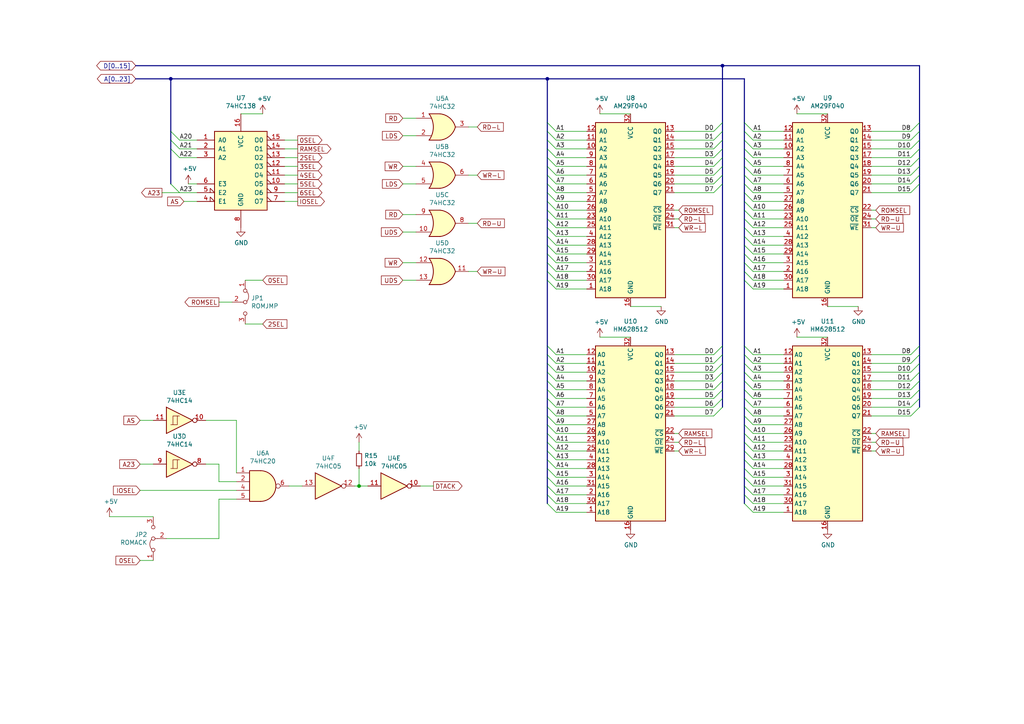
<source format=kicad_sch>
(kicad_sch (version 20211123) (generator eeschema)
  (paper "A4")
  (title_block (title "68k-SMT") (rev "1"))
  (lib_symbols
    (symbol "74xx:74HC14" (pin_names (offset 1.016))
      (property "Reference" "U" (at 0 1.27 0))
      (property "Value" "74HC14" (at 0 -1.27 0))
      (symbol "74HC14_1_0"
        (pin input line (at -7.62 0 0) (length 3.81) (name "~") (number "1"))
        (pin output inverted (at 7.62 0 180) (length 3.81) (name "~") (number "2"))
      )
      (symbol "74HC14_2_0"
        (pin input line (at -7.62 0 0) (length 3.81) (name "~") (number "3"))
        (pin output inverted (at 7.62 0 180) (length 3.81) (name "~") (number "4"))
      )
      (symbol "74HC14_3_0"
        (pin input line (at -7.62 0 0) (length 3.81) (name "~") (number "5"))
        (pin output inverted (at 7.62 0 180) (length 3.81) (name "~") (number "6"))
      )
      (symbol "74HC14_4_0"
        (pin output inverted (at 7.62 0 180) (length 3.81) (name "~") (number "8"))
        (pin input line (at -7.62 0 0) (length 3.81) (name "~") (number "9"))
      )
      (symbol "74HC14_5_0"
        (pin output inverted (at 7.62 0 180) (length 3.81) (name "~") (number "10"))
        (pin input line (at -7.62 0 0) (length 3.81) (name "~") (number "11"))
      )
      (symbol "74HC14_6_0"
        (pin output inverted (at 7.62 0 180) (length 3.81) (name "~") (number "12"))
        (pin input line (at -7.62 0 0) (length 3.81) (name "~") (number "13"))
      )
      (symbol "74HC14_7_0"
        (pin power_in line (at 0 12.7 270) (length 5.08) (name "VCC") (number "14"))
        (pin power_in line (at 0 -12.7 90) (length 5.08) (name "GND") (number "7"))
      )
    )
    (symbol "74xx:74LS05" (pin_names (offset 1.016))
      (property "Reference" "U" (at 0 1.27 0))
      (property "Value" "74LS05" (at 0 -1.27 0))
      (symbol "74LS05_1_0"
        (pin input line (at -7.62 0 0) (length 3.81) (name "~") (number "1"))
        (pin open_collector inverted (at 7.62 0 180) (length 3.81) (name "~") (number "2"))
      )
      (symbol "74LS05_2_0"
        (pin input line (at -7.62 0 0) (length 3.81) (name "~") (number "3"))
        (pin open_collector inverted (at 7.62 0 180) (length 3.81) (name "~") (number "4"))
      )
      (symbol "74LS05_3_0"
        (pin input line (at -7.62 0 0) (length 3.81) (name "~") (number "5"))
        (pin open_collector inverted (at 7.62 0 180) (length 3.81) (name "~") (number "6"))
      )
      (symbol "74LS05_4_0"
        (pin open_collector inverted (at 7.62 0 180) (length 3.81) (name "~") (number "8"))
        (pin input line (at -7.62 0 0) (length 3.81) (name "~") (number "9"))
      )
      (symbol "74LS05_5_0"
        (pin open_collector inverted (at 7.62 0 180) (length 3.81) (name "~") (number "10"))
        (pin input line (at -7.62 0 0) (length 3.81) (name "~") (number "11"))
      )
      (symbol "74LS05_6_0"
        (pin open_collector inverted (at 7.62 0 180) (length 3.81) (name "~") (number "12"))
        (pin input line (at -7.62 0 0) (length 3.81) (name "~") (number "13"))
      )
      (symbol "74LS05_7_0"
        (pin power_in line (at 0 12.7 270) (length 5.08) (name "VCC") (number "14"))
        (pin power_in line (at 0 -12.7 90) (length 5.08) (name "GND") (number "7"))
      )
    )
    (symbol "74xx:74LS138" (pin_names (offset 1.016))
      (property "Reference" "U" (at -7.62 11.43 0))
      (property "Value" "74LS138" (at -7.62 -13.97 0))
      (symbol "74LS138_1_0"
        (pin input line (at -12.7 7.62 0) (length 5.08) (name "A0") (number "1"))
        (pin output output_low (at 12.7 -5.08 180) (length 5.08) (name "O5") (number "10"))
        (pin output output_low (at 12.7 -2.54 180) (length 5.08) (name "O4") (number "11"))
        (pin output output_low (at 12.7 0 180) (length 5.08) (name "O3") (number "12"))
        (pin output output_low (at 12.7 2.54 180) (length 5.08) (name "O2") (number "13"))
        (pin output output_low (at 12.7 5.08 180) (length 5.08) (name "O1") (number "14"))
        (pin output output_low (at 12.7 7.62 180) (length 5.08) (name "O0") (number "15"))
        (pin power_in line (at 0 15.24 270) (length 5.08) (name "VCC") (number "16"))
        (pin input line (at -12.7 5.08 0) (length 5.08) (name "A1") (number "2"))
        (pin input line (at -12.7 2.54 0) (length 5.08) (name "A2") (number "3"))
        (pin input input_low (at -12.7 -10.16 0) (length 5.08) (name "E1") (number "4"))
        (pin input input_low (at -12.7 -7.62 0) (length 5.08) (name "E2") (number "5"))
        (pin input line (at -12.7 -5.08 0) (length 5.08) (name "E3") (number "6"))
        (pin output output_low (at 12.7 -10.16 180) (length 5.08) (name "O7") (number "7"))
        (pin power_in line (at 0 -17.78 90) (length 5.08) (name "GND") (number "8"))
        (pin output output_low (at 12.7 -7.62 180) (length 5.08) (name "O6") (number "9"))
      )
    )
    (symbol "74xx:74LS20" (pin_names (offset 1.016))
      (property "Reference" "U" (at 0 1.27 0))
      (property "Value" "74LS20" (at 0 -1.27 0))
      (symbol "74LS20_1_1"
        (pin input line (at -7.62 3.81 0) (length 3.81) (name "~") (number "1"))
        (pin input line (at -7.62 1.27 0) (length 3.81) (name "~") (number "2"))
        (pin input line (at -7.62 -1.27 0) (length 3.81) (name "~") (number "4"))
        (pin input line (at -7.62 -3.81 0) (length 3.81) (name "~") (number "5"))
        (pin output inverted (at 7.62 0 180) (length 3.81) (name "~") (number "6"))
      )
      (symbol "74LS20_1_2"
        (pin input inverted (at -7.62 3.81 0) (length 3.81) (name "~") (number "1"))
        (pin input inverted (at -7.62 1.27 0) (length 4.826) (name "~") (number "2"))
        (pin input inverted (at -7.62 -1.27 0) (length 4.826) (name "~") (number "4"))
        (pin input inverted (at -7.62 -3.81 0) (length 3.81) (name "~") (number "5"))
        (pin output line (at 7.62 0 180) (length 3.81) (name "~") (number "6"))
      )
      (symbol "74LS20_2_1"
        (pin input line (at -7.62 1.27 0) (length 3.81) (name "~") (number "10"))
        (pin input line (at -7.62 -1.27 0) (length 3.81) (name "~") (number "12"))
        (pin input line (at -7.62 -3.81 0) (length 3.81) (name "~") (number "13"))
        (pin output inverted (at 7.62 0 180) (length 3.81) (name "~") (number "8"))
        (pin input line (at -7.62 3.81 0) (length 3.81) (name "~") (number "9"))
      )
      (symbol "74LS20_2_2"
        (pin input inverted (at -7.62 1.27 0) (length 4.826) (name "~") (number "10"))
        (pin input inverted (at -7.62 -1.27 0) (length 4.826) (name "~") (number "12"))
        (pin input inverted (at -7.62 -3.81 0) (length 3.81) (name "~") (number "13"))
        (pin output line (at 7.62 0 180) (length 3.81) (name "~") (number "8"))
        (pin input inverted (at -7.62 3.81 0) (length 3.81) (name "~") (number "9"))
      )
      (symbol "74LS20_3_0"
        (pin power_in line (at 0 12.7 270) (length 5.08) (name "VCC") (number "14"))
        (pin power_in line (at 0 -12.7 90) (length 5.08) (name "GND") (number "7"))
      )
    )
    (symbol "74xx:74LS32" (pin_names (offset 1.016))
      (property "Reference" "U" (at 0 1.27 0))
      (property "Value" "74LS32" (at 0 -1.27 0))
      (symbol "74LS32_1_1"
        (pin input line (at -7.62 2.54 0) (length 4.318) (name "~") (number "1"))
        (pin input line (at -7.62 -2.54 0) (length 4.318) (name "~") (number "2"))
        (pin output line (at 7.62 0 180) (length 3.81) (name "~") (number "3"))
      )
      (symbol "74LS32_1_2"
        (pin input inverted (at -7.62 2.54 0) (length 3.81) (name "~") (number "1"))
        (pin input inverted (at -7.62 -2.54 0) (length 3.81) (name "~") (number "2"))
        (pin output inverted (at 7.62 0 180) (length 3.81) (name "~") (number "3"))
      )
      (symbol "74LS32_2_1"
        (pin input line (at -7.62 2.54 0) (length 4.318) (name "~") (number "4"))
        (pin input line (at -7.62 -2.54 0) (length 4.318) (name "~") (number "5"))
        (pin output line (at 7.62 0 180) (length 3.81) (name "~") (number "6"))
      )
      (symbol "74LS32_2_2"
        (pin input inverted (at -7.62 2.54 0) (length 3.81) (name "~") (number "4"))
        (pin input inverted (at -7.62 -2.54 0) (length 3.81) (name "~") (number "5"))
        (pin output inverted (at 7.62 0 180) (length 3.81) (name "~") (number "6"))
      )
      (symbol "74LS32_3_1"
        (pin input line (at -7.62 -2.54 0) (length 4.318) (name "~") (number "10"))
        (pin output line (at 7.62 0 180) (length 3.81) (name "~") (number "8"))
        (pin input line (at -7.62 2.54 0) (length 4.318) (name "~") (number "9"))
      )
      (symbol "74LS32_3_2"
        (pin input inverted (at -7.62 -2.54 0) (length 3.81) (name "~") (number "10"))
        (pin output inverted (at 7.62 0 180) (length 3.81) (name "~") (number "8"))
        (pin input inverted (at -7.62 2.54 0) (length 3.81) (name "~") (number "9"))
      )
      (symbol "74LS32_4_1"
        (pin output line (at 7.62 0 180) (length 3.81) (name "~") (number "11"))
        (pin input line (at -7.62 2.54 0) (length 4.318) (name "~") (number "12"))
        (pin input line (at -7.62 -2.54 0) (length 4.318) (name "~") (number "13"))
      )
      (symbol "74LS32_4_2"
        (pin output inverted (at 7.62 0 180) (length 3.81) (name "~") (number "11"))
        (pin input inverted (at -7.62 2.54 0) (length 3.81) (name "~") (number "12"))
        (pin input inverted (at -7.62 -2.54 0) (length 3.81) (name "~") (number "13"))
      )
      (symbol "74LS32_5_0"
        (pin power_in line (at 0 12.7 270) (length 5.08) (name "VCC") (number "14"))
        (pin power_in line (at 0 -12.7 90) (length 5.08) (name "GND") (number "7"))
      )
    )
    (symbol "Computie_Memory:AM29F040" (pin_names (offset 1.016))
      (property "Reference" "U" (at 0 0 0))
      (property "Value" "AM29F040" (at 0 2.54 0))
      (symbol "AM29F040_1_1"
        (pin input line (at -12.7 -25.4 0) (length 2.54) (name "A18") (number "1"))
        (pin input line (at -12.7 15.24 0) (length 2.54) (name "A2") (number "10"))
        (pin input line (at -12.7 17.78 0) (length 2.54) (name "A1") (number "11"))
        (pin input line (at -12.7 20.32 0) (length 2.54) (name "A0") (number "12"))
        (pin tri_state line (at 12.7 20.32 180) (length 2.54) (name "Q0") (number "13"))
        (pin tri_state line (at 12.7 17.78 180) (length 2.54) (name "Q1") (number "14"))
        (pin tri_state line (at 12.7 15.24 180) (length 2.54) (name "Q2") (number "15"))
        (pin power_in line (at 0 -30.48 90) (length 2.54) (name "GND") (number "16"))
        (pin tri_state line (at 12.7 12.7 180) (length 2.54) (name "Q3") (number "17"))
        (pin tri_state line (at 12.7 10.16 180) (length 2.54) (name "Q4") (number "18"))
        (pin tri_state line (at 12.7 7.62 180) (length 2.54) (name "Q5") (number "19"))
        (pin input line (at -12.7 -20.32 0) (length 2.54) (name "A16") (number "2"))
        (pin tri_state line (at 12.7 5.08 180) (length 2.54) (name "Q6") (number "20"))
        (pin tri_state line (at 12.7 2.54 180) (length 2.54) (name "Q7") (number "21"))
        (pin input line (at 12.7 -2.54 180) (length 2.54) (name "~{CS}") (number "22"))
        (pin input line (at -12.7 -5.08 0) (length 2.54) (name "A10") (number "23"))
        (pin input line (at 12.7 -5.08 180) (length 2.54) (name "~{OE}") (number "24"))
        (pin input line (at -12.7 -7.62 0) (length 2.54) (name "A11") (number "25"))
        (pin input line (at -12.7 -2.54 0) (length 2.54) (name "A9") (number "26"))
        (pin input line (at -12.7 0 0) (length 2.54) (name "A8") (number "27"))
        (pin input line (at -12.7 -12.7 0) (length 2.54) (name "A13") (number "28"))
        (pin input line (at -12.7 -15.24 0) (length 2.54) (name "A14") (number "29"))
        (pin input line (at -12.7 -17.78 0) (length 2.54) (name "A15") (number "3"))
        (pin input line (at -12.7 -22.86 0) (length 2.54) (name "A17") (number "30"))
        (pin input line (at 12.7 -7.62 180) (length 2.54) (name "~{WE}") (number "31"))
        (pin power_in line (at 0 25.4 270) (length 2.54) (name "VCC") (number "32"))
        (pin input line (at -12.7 -10.16 0) (length 2.54) (name "A12") (number "4"))
        (pin input line (at -12.7 2.54 0) (length 2.54) (name "A7") (number "5"))
        (pin input line (at -12.7 5.08 0) (length 2.54) (name "A6") (number "6"))
        (pin input line (at -12.7 7.62 0) (length 2.54) (name "A5") (number "7"))
        (pin input line (at -12.7 10.16 0) (length 2.54) (name "A4") (number "8"))
        (pin input line (at -12.7 12.7 0) (length 2.54) (name "A3") (number "9"))
      )
    )
    (symbol "Computie_Memory:HM628512"
      (property "Reference" "U" (at 0 -1.27 0))
      (property "Value" "HM628512" (at 0 1.27 0))
      (symbol "HM628512_0_0"
        (pin power_in line (at 0 -30.48 90) (length 2.54) (name "GND") (number "16"))
        (pin power_in line (at 0 25.4 270) (length 2.54) (name "VCC") (number "32"))
      )
      (symbol "HM628512_1_1"
        (pin input line (at -12.7 -25.4 0) (length 2.54) (name "A18") (number "1"))
        (pin input line (at -12.7 15.24 0) (length 2.54) (name "A2") (number "10"))
        (pin input line (at -12.7 17.78 0) (length 2.54) (name "A1") (number "11"))
        (pin input line (at -12.7 20.32 0) (length 2.54) (name "A0") (number "12"))
        (pin tri_state line (at 12.7 20.32 180) (length 2.54) (name "Q0") (number "13"))
        (pin tri_state line (at 12.7 17.78 180) (length 2.54) (name "Q1") (number "14"))
        (pin tri_state line (at 12.7 15.24 180) (length 2.54) (name "Q2") (number "15"))
        (pin tri_state line (at 12.7 12.7 180) (length 2.54) (name "Q3") (number "17"))
        (pin tri_state line (at 12.7 10.16 180) (length 2.54) (name "Q4") (number "18"))
        (pin tri_state line (at 12.7 7.62 180) (length 2.54) (name "Q5") (number "19"))
        (pin input line (at -12.7 -20.32 0) (length 2.54) (name "A16") (number "2"))
        (pin tri_state line (at 12.7 5.08 180) (length 2.54) (name "Q6") (number "20"))
        (pin tri_state line (at 12.7 2.54 180) (length 2.54) (name "Q7") (number "21"))
        (pin input line (at 12.7 -2.54 180) (length 2.54) (name "~{CS}") (number "22"))
        (pin input line (at -12.7 -5.08 0) (length 2.54) (name "A10") (number "23"))
        (pin input line (at 12.7 -5.08 180) (length 2.54) (name "~{OE}") (number "24"))
        (pin input line (at -12.7 -7.62 0) (length 2.54) (name "A11") (number "25"))
        (pin input line (at -12.7 -2.54 0) (length 2.54) (name "A9") (number "26"))
        (pin input line (at -12.7 0 0) (length 2.54) (name "A8") (number "27"))
        (pin input line (at -12.7 -12.7 0) (length 2.54) (name "A13") (number "28"))
        (pin input line (at 12.7 -7.62 180) (length 2.54) (name "~{WE}") (number "29"))
        (pin input line (at -12.7 -15.24 0) (length 2.54) (name "A14") (number "3"))
        (pin input line (at -12.7 -22.86 0) (length 2.54) (name "A17") (number "30"))
        (pin input line (at -12.7 -17.78 0) (length 2.54) (name "A15") (number "31"))
        (pin input line (at -12.7 -10.16 0) (length 2.54) (name "A12") (number "4"))
        (pin input line (at -12.7 2.54 0) (length 2.54) (name "A7") (number "5"))
        (pin input line (at -12.7 5.08 0) (length 2.54) (name "A6") (number "6"))
        (pin input line (at -12.7 7.62 0) (length 2.54) (name "A5") (number "7"))
        (pin input line (at -12.7 10.16 0) (length 2.54) (name "A4") (number "8"))
        (pin input line (at -12.7 12.7 0) (length 2.54) (name "A3") (number "9"))
      )
    )
    (symbol "Device:R_Small" (pin_numbers hide) (pin_names (offset 0.254) hide)
      (property "Reference" "R" (at 0.762 0.508 0))
      (property "Value" "R_Small" (at 0.762 -1.016 0))
      (symbol "R_Small_1_1"
        (pin passive line (at 0 2.54 270) (length 0.762) (name "~") (number "1"))
        (pin passive line (at 0 -2.54 90) (length 0.762) (name "~") (number "2"))
      )
    )
    (symbol "Jumper:Jumper_3_Bridged12" (pin_names (offset 0) hide)
      (property "Reference" "JP" (at -2.54 -2.54 0))
      (property "Value" "Jumper_3_Bridged12" (at 0 2.794 0))
      (symbol "Jumper_3_Bridged12_1_1"
        (pin passive line (at -6.35 0 0) (length 2.54) (name "A") (number "1"))
        (pin passive line (at 0 -3.81 90) (length 2.54) (name "C") (number "2"))
        (pin passive line (at 6.35 0 180) (length 2.54) (name "B") (number "3"))
      )
    )
    (symbol "power:+5V" (power) (pin_names (offset 0))
      (property "Value" "+5V" (at 0 3.556 0))
      (symbol "+5V_1_1"
        (pin power_in line (at 0 0 90) (length 0) hide (name "+5V") (number "1"))
      )
    )
    (symbol "power:GND" (power) (pin_names (offset 0))
      (property "Value" "GND" (at 0 -3.81 0))
      (symbol "GND_1_1"
        (pin power_in line (at 0 0 270) (length 0) hide (name "GND") (number "1"))
      )
    )
  )
  (junction (at 158.75 22.86))
  (junction (at 104.14 140.97))
  (junction (at 49.53 22.86))
  (junction (at 209.55 19.05))
  (bus_entry (at 158.75 133.35) (size 2.54 2.54))
  (bus_entry (at 215.9 43.18) (size 2.54 2.54))
  (bus_entry (at 215.9 45.72) (size 2.54 2.54))
  (bus_entry (at 264.16 120.65) (size 2.54 -2.54))
  (bus_entry (at 264.16 43.18) (size 2.54 -2.54))
  (bus_entry (at 264.16 115.57) (size 2.54 -2.54))
  (bus_entry (at 264.16 102.87) (size 2.54 -2.54))
  (bus_entry (at 158.75 63.5) (size 2.54 2.54))
  (bus_entry (at 215.9 60.96) (size 2.54 2.54))
  (bus_entry (at 49.53 40.64) (size 2.54 2.54))
  (bus_entry (at 158.75 45.72) (size 2.54 2.54))
  (bus_entry (at 49.53 53.34) (size 2.54 2.54))
  (bus_entry (at 215.9 50.8) (size 2.54 2.54))
  (bus_entry (at 207.01 107.95) (size 2.54 -2.54))
  (bus_entry (at 264.16 50.8) (size 2.54 -2.54))
  (bus_entry (at 207.01 43.18) (size 2.54 -2.54))
  (bus_entry (at 207.01 120.65) (size 2.54 -2.54))
  (bus_entry (at 215.9 68.58) (size 2.54 2.54))
  (bus_entry (at 215.9 48.26) (size 2.54 2.54))
  (bus_entry (at 215.9 146.05) (size 2.54 2.54))
  (bus_entry (at 158.75 38.1) (size 2.54 2.54))
  (bus_entry (at 215.9 66.04) (size 2.54 2.54))
  (bus_entry (at 215.9 138.43) (size 2.54 2.54))
  (bus_entry (at 158.75 115.57) (size 2.54 2.54))
  (bus_entry (at 158.75 143.51) (size 2.54 2.54))
  (bus_entry (at 215.9 113.03) (size 2.54 2.54))
  (bus_entry (at 215.9 53.34) (size 2.54 2.54))
  (bus_entry (at 264.16 45.72) (size 2.54 -2.54))
  (bus_entry (at 215.9 73.66) (size 2.54 2.54))
  (bus_entry (at 264.16 48.26) (size 2.54 -2.54))
  (bus_entry (at 207.01 110.49) (size 2.54 -2.54))
  (bus_entry (at 215.9 107.95) (size 2.54 2.54))
  (bus_entry (at 264.16 53.34) (size 2.54 -2.54))
  (bus_entry (at 158.75 118.11) (size 2.54 2.54))
  (bus_entry (at 215.9 55.88) (size 2.54 2.54))
  (bus_entry (at 158.75 58.42) (size 2.54 2.54))
  (bus_entry (at 158.75 130.81) (size 2.54 2.54))
  (bus_entry (at 158.75 43.18) (size 2.54 2.54))
  (bus_entry (at 207.01 105.41) (size 2.54 -2.54))
  (bus_entry (at 215.9 100.33) (size 2.54 2.54))
  (bus_entry (at 158.75 128.27) (size 2.54 2.54))
  (bus_entry (at 215.9 110.49) (size 2.54 2.54))
  (bus_entry (at 158.75 55.88) (size 2.54 2.54))
  (bus_entry (at 158.75 113.03) (size 2.54 2.54))
  (bus_entry (at 264.16 110.49) (size 2.54 -2.54))
  (bus_entry (at 207.01 48.26) (size 2.54 -2.54))
  (bus_entry (at 158.75 40.64) (size 2.54 2.54))
  (bus_entry (at 158.75 68.58) (size 2.54 2.54))
  (bus_entry (at 215.9 143.51) (size 2.54 2.54))
  (bus_entry (at 158.75 102.87) (size 2.54 2.54))
  (bus_entry (at 207.01 45.72) (size 2.54 -2.54))
  (bus_entry (at 207.01 50.8) (size 2.54 -2.54))
  (bus_entry (at 207.01 113.03) (size 2.54 -2.54))
  (bus_entry (at 207.01 53.34) (size 2.54 -2.54))
  (bus_entry (at 49.53 38.1) (size 2.54 2.54))
  (bus_entry (at 215.9 125.73) (size 2.54 2.54))
  (bus_entry (at 264.16 118.11) (size 2.54 -2.54))
  (bus_entry (at 215.9 40.64) (size 2.54 2.54))
  (bus_entry (at 215.9 58.42) (size 2.54 2.54))
  (bus_entry (at 215.9 120.65) (size 2.54 2.54))
  (bus_entry (at 215.9 81.28) (size 2.54 2.54))
  (bus_entry (at 158.75 60.96) (size 2.54 2.54))
  (bus_entry (at 215.9 115.57) (size 2.54 2.54))
  (bus_entry (at 158.75 125.73) (size 2.54 2.54))
  (bus_entry (at 158.75 146.05) (size 2.54 2.54))
  (bus_entry (at 158.75 107.95) (size 2.54 2.54))
  (bus_entry (at 158.75 100.33) (size 2.54 2.54))
  (bus_entry (at 158.75 78.74) (size 2.54 2.54))
  (bus_entry (at 207.01 115.57) (size 2.54 -2.54))
  (bus_entry (at 215.9 105.41) (size 2.54 2.54))
  (bus_entry (at 264.16 38.1) (size 2.54 -2.54))
  (bus_entry (at 158.75 81.28) (size 2.54 2.54))
  (bus_entry (at 158.75 123.19) (size 2.54 2.54))
  (bus_entry (at 264.16 113.03) (size 2.54 -2.54))
  (bus_entry (at 158.75 35.56) (size 2.54 2.54))
  (bus_entry (at 215.9 78.74) (size 2.54 2.54))
  (bus_entry (at 264.16 107.95) (size 2.54 -2.54))
  (bus_entry (at 215.9 71.12) (size 2.54 2.54))
  (bus_entry (at 207.01 38.1) (size 2.54 -2.54))
  (bus_entry (at 215.9 123.19) (size 2.54 2.54))
  (bus_entry (at 207.01 102.87) (size 2.54 -2.54))
  (bus_entry (at 215.9 130.81) (size 2.54 2.54))
  (bus_entry (at 49.53 43.18) (size 2.54 2.54))
  (bus_entry (at 215.9 140.97) (size 2.54 2.54))
  (bus_entry (at 158.75 71.12) (size 2.54 2.54))
  (bus_entry (at 215.9 76.2) (size 2.54 2.54))
  (bus_entry (at 215.9 118.11) (size 2.54 2.54))
  (bus_entry (at 215.9 35.56) (size 2.54 2.54))
  (bus_entry (at 158.75 105.41) (size 2.54 2.54))
  (bus_entry (at 158.75 138.43) (size 2.54 2.54))
  (bus_entry (at 158.75 76.2) (size 2.54 2.54))
  (bus_entry (at 207.01 55.88) (size 2.54 -2.54))
  (bus_entry (at 158.75 73.66) (size 2.54 2.54))
  (bus_entry (at 158.75 120.65) (size 2.54 2.54))
  (bus_entry (at 158.75 140.97) (size 2.54 2.54))
  (bus_entry (at 207.01 118.11) (size 2.54 -2.54))
  (bus_entry (at 215.9 135.89) (size 2.54 2.54))
  (bus_entry (at 158.75 50.8) (size 2.54 2.54))
  (bus_entry (at 264.16 55.88) (size 2.54 -2.54))
  (bus_entry (at 215.9 102.87) (size 2.54 2.54))
  (bus_entry (at 264.16 105.41) (size 2.54 -2.54))
  (bus_entry (at 264.16 40.64) (size 2.54 -2.54))
  (bus_entry (at 207.01 40.64) (size 2.54 -2.54))
  (bus_entry (at 215.9 133.35) (size 2.54 2.54))
  (bus_entry (at 158.75 110.49) (size 2.54 2.54))
  (bus_entry (at 215.9 38.1) (size 2.54 2.54))
  (bus_entry (at 158.75 66.04) (size 2.54 2.54))
  (bus_entry (at 158.75 53.34) (size 2.54 2.54))
  (bus_entry (at 158.75 135.89) (size 2.54 2.54))
  (bus_entry (at 158.75 48.26) (size 2.54 2.54))
  (bus_entry (at 215.9 63.5) (size 2.54 2.54))
  (bus_entry (at 215.9 128.27) (size 2.54 2.54))
  (wire (pts (xy 218.44 76.2) (xy 227.33 76.2)))
  (bus (pts (xy 209.55 53.34) (xy 209.55 100.33)))
  (bus (pts (xy 215.9 81.28) (xy 215.9 100.33)))
  (wire (pts (xy 218.44 138.43) (xy 227.33 138.43)))
  (wire (pts (xy 252.73 50.8) (xy 264.16 50.8)))
  (wire (pts (xy 116.84 76.2) (xy 120.65 76.2)))
  (bus (pts (xy 215.9 123.19) (xy 215.9 125.73)))
  (wire (pts (xy 116.84 62.23) (xy 120.65 62.23)))
  (bus (pts (xy 158.75 130.81) (xy 158.75 133.35)))
  (bus (pts (xy 215.9 130.81) (xy 215.9 133.35)))
  (wire (pts (xy 252.73 115.57) (xy 264.16 115.57)))
  (wire (pts (xy 195.58 40.64) (xy 207.01 40.64)))
  (wire (pts (xy 195.58 125.73) (xy 196.85 125.73)))
  (wire (pts (xy 218.44 148.59) (xy 227.33 148.59)))
  (wire (pts (xy 252.73 125.73) (xy 254 125.73)))
  (wire (pts (xy 104.14 140.97) (xy 104.14 135.89)))
  (wire (pts (xy 82.55 50.8) (xy 86.36 50.8)))
  (bus (pts (xy 209.55 38.1) (xy 209.55 40.64)))
  (bus (pts (xy 215.9 35.56) (xy 215.9 38.1)))
  (wire (pts (xy 252.73 55.88) (xy 264.16 55.88)))
  (wire (pts (xy 195.58 107.95) (xy 207.01 107.95)))
  (bus (pts (xy 215.9 133.35) (xy 215.9 135.89)))
  (bus (pts (xy 215.9 66.04) (xy 215.9 68.58)))
  (wire (pts (xy 161.29 63.5) (xy 170.18 63.5)))
  (bus (pts (xy 158.75 120.65) (xy 158.75 123.19)))
  (bus (pts (xy 215.9 120.65) (xy 215.9 123.19)))
  (bus (pts (xy 215.9 105.41) (xy 215.9 107.95)))
  (wire (pts (xy 120.65 39.37) (xy 116.84 39.37)))
  (wire (pts (xy 195.58 38.1) (xy 207.01 38.1)))
  (wire (pts (xy 40.64 121.92) (xy 44.45 121.92)))
  (wire (pts (xy 218.44 83.82) (xy 227.33 83.82)))
  (bus (pts (xy 266.7 38.1) (xy 266.7 40.64)))
  (wire (pts (xy 195.58 120.65) (xy 207.01 120.65)))
  (bus (pts (xy 215.9 53.34) (xy 215.9 55.88)))
  (wire (pts (xy 170.18 60.96) (xy 161.29 60.96)))
  (wire (pts (xy 170.18 118.11) (xy 161.29 118.11)))
  (wire (pts (xy 68.58 137.16) (xy 68.58 121.92)))
  (bus (pts (xy 158.75 105.41) (xy 158.75 107.95)))
  (wire (pts (xy 69.85 33.02) (xy 76.2 33.02)))
  (wire (pts (xy 161.29 48.26) (xy 170.18 48.26)))
  (wire (pts (xy 227.33 143.51) (xy 218.44 143.51)))
  (bus (pts (xy 209.55 19.05) (xy 209.55 35.56)))
  (wire (pts (xy 76.2 81.28) (xy 71.12 81.28)))
  (wire (pts (xy 252.73 43.18) (xy 264.16 43.18)))
  (bus (pts (xy 158.75 66.04) (xy 158.75 68.58)))
  (bus (pts (xy 215.9 71.12) (xy 215.9 73.66)))
  (wire (pts (xy 86.36 53.34) (xy 82.55 53.34)))
  (wire (pts (xy 252.73 60.96) (xy 254 60.96)))
  (wire (pts (xy 218.44 63.5) (xy 227.33 63.5)))
  (bus (pts (xy 158.75 71.12) (xy 158.75 73.66)))
  (bus (pts (xy 49.53 40.64) (xy 49.53 43.18)))
  (bus (pts (xy 266.7 19.05) (xy 266.7 35.56)))
  (wire (pts (xy 116.84 34.29) (xy 120.65 34.29)))
  (wire (pts (xy 173.99 33.02) (xy 182.88 33.02)))
  (wire (pts (xy 252.73 120.65) (xy 264.16 120.65)))
  (wire (pts (xy 218.44 58.42) (xy 227.33 58.42)))
  (wire (pts (xy 161.29 43.18) (xy 170.18 43.18)))
  (bus (pts (xy 209.55 107.95) (xy 209.55 110.49)))
  (bus (pts (xy 158.75 123.19) (xy 158.75 125.73)))
  (wire (pts (xy 63.5 134.62) (xy 63.5 139.7)))
  (bus (pts (xy 266.7 102.87) (xy 266.7 105.41)))
  (wire (pts (xy 63.5 144.78) (xy 68.58 144.78)))
  (bus (pts (xy 266.7 105.41) (xy 266.7 107.95)))
  (wire (pts (xy 227.33 123.19) (xy 218.44 123.19)))
  (bus (pts (xy 266.7 50.8) (xy 266.7 53.34)))
  (wire (pts (xy 135.89 50.8) (xy 138.43 50.8)))
  (wire (pts (xy 40.64 162.56) (xy 44.45 162.56)))
  (bus (pts (xy 158.75 43.18) (xy 158.75 45.72)))
  (wire (pts (xy 161.29 115.57) (xy 170.18 115.57)))
  (bus (pts (xy 209.55 35.56) (xy 209.55 38.1)))
  (bus (pts (xy 209.55 102.87) (xy 209.55 105.41)))
  (bus (pts (xy 215.9 78.74) (xy 215.9 81.28)))
  (wire (pts (xy 252.73 105.41) (xy 264.16 105.41)))
  (wire (pts (xy 196.85 63.5) (xy 195.58 63.5)))
  (wire (pts (xy 48.26 156.21) (xy 63.5 156.21)))
  (bus (pts (xy 158.75 107.95) (xy 158.75 110.49)))
  (bus (pts (xy 158.75 100.33) (xy 158.75 102.87)))
  (bus (pts (xy 266.7 43.18) (xy 266.7 45.72)))
  (wire (pts (xy 170.18 123.19) (xy 161.29 123.19)))
  (wire (pts (xy 59.69 121.92) (xy 68.58 121.92)))
  (bus (pts (xy 49.53 43.18) (xy 49.53 53.34)))
  (wire (pts (xy 161.29 38.1) (xy 170.18 38.1)))
  (wire (pts (xy 161.29 138.43) (xy 170.18 138.43)))
  (wire (pts (xy 218.44 43.18) (xy 227.33 43.18)))
  (wire (pts (xy 195.58 50.8) (xy 207.01 50.8)))
  (bus (pts (xy 158.75 138.43) (xy 158.75 140.97)))
  (bus (pts (xy 215.9 110.49) (xy 215.9 113.03)))
  (wire (pts (xy 59.69 134.62) (xy 63.5 134.62)))
  (wire (pts (xy 218.44 120.65) (xy 227.33 120.65)))
  (wire (pts (xy 170.18 45.72) (xy 161.29 45.72)))
  (wire (pts (xy 86.36 48.26) (xy 82.55 48.26)))
  (wire (pts (xy 120.65 53.34) (xy 116.84 53.34)))
  (bus (pts (xy 215.9 60.96) (xy 215.9 63.5)))
  (bus (pts (xy 49.53 22.86) (xy 39.37 22.86)))
  (bus (pts (xy 158.75 81.28) (xy 158.75 100.33)))
  (wire (pts (xy 227.33 60.96) (xy 218.44 60.96)))
  (bus (pts (xy 215.9 135.89) (xy 215.9 138.43)))
  (wire (pts (xy 161.29 58.42) (xy 170.18 58.42)))
  (wire (pts (xy 218.44 81.28) (xy 227.33 81.28)))
  (bus (pts (xy 158.75 113.03) (xy 158.75 115.57)))
  (wire (pts (xy 116.84 48.26) (xy 120.65 48.26)))
  (wire (pts (xy 161.29 53.34) (xy 170.18 53.34)))
  (wire (pts (xy 135.89 78.74) (xy 138.43 78.74)))
  (wire (pts (xy 63.5 87.63) (xy 67.31 87.63)))
  (bus (pts (xy 215.9 115.57) (xy 215.9 118.11)))
  (bus (pts (xy 209.55 40.64) (xy 209.55 43.18)))
  (bus (pts (xy 215.9 113.03) (xy 215.9 115.57)))
  (wire (pts (xy 195.58 60.96) (xy 196.85 60.96)))
  (wire (pts (xy 135.89 64.77) (xy 138.43 64.77)))
  (wire (pts (xy 227.33 73.66) (xy 218.44 73.66)))
  (wire (pts (xy 195.58 113.03) (xy 207.01 113.03)))
  (bus (pts (xy 209.55 113.03) (xy 209.55 115.57)))
  (bus (pts (xy 49.53 22.86) (xy 158.75 22.86)))
  (wire (pts (xy 218.44 38.1) (xy 227.33 38.1)))
  (bus (pts (xy 215.9 73.66) (xy 215.9 76.2)))
  (bus (pts (xy 215.9 125.73) (xy 215.9 128.27)))
  (wire (pts (xy 195.58 45.72) (xy 207.01 45.72)))
  (bus (pts (xy 215.9 58.42) (xy 215.9 60.96)))
  (wire (pts (xy 161.29 125.73) (xy 170.18 125.73)))
  (wire (pts (xy 161.29 76.2) (xy 170.18 76.2)))
  (bus (pts (xy 209.55 48.26) (xy 209.55 50.8)))
  (bus (pts (xy 215.9 48.26) (xy 215.9 50.8)))
  (wire (pts (xy 227.33 40.64) (xy 218.44 40.64)))
  (bus (pts (xy 215.9 63.5) (xy 215.9 66.04)))
  (bus (pts (xy 209.55 100.33) (xy 209.55 102.87)))
  (wire (pts (xy 195.58 115.57) (xy 207.01 115.57)))
  (wire (pts (xy 170.18 71.12) (xy 161.29 71.12)))
  (bus (pts (xy 266.7 19.05) (xy 209.55 19.05)))
  (wire (pts (xy 102.87 140.97) (xy 104.14 140.97)))
  (bus (pts (xy 49.53 22.86) (xy 49.53 38.1)))
  (wire (pts (xy 227.33 71.12) (xy 218.44 71.12)))
  (wire (pts (xy 82.55 45.72) (xy 86.36 45.72)))
  (wire (pts (xy 54.61 53.34) (xy 57.15 53.34)))
  (wire (pts (xy 63.5 156.21) (xy 63.5 144.78)))
  (bus (pts (xy 39.37 19.05) (xy 209.55 19.05)))
  (wire (pts (xy 195.58 118.11) (xy 207.01 118.11)))
  (bus (pts (xy 209.55 45.72) (xy 209.55 48.26)))
  (wire (pts (xy 104.14 140.97) (xy 106.68 140.97)))
  (wire (pts (xy 252.73 113.03) (xy 264.16 113.03)))
  (wire (pts (xy 104.14 130.81) (xy 104.14 128.27)))
  (wire (pts (xy 218.44 68.58) (xy 227.33 68.58)))
  (wire (pts (xy 227.33 118.11) (xy 218.44 118.11)))
  (wire (pts (xy 254 128.27) (xy 252.73 128.27)))
  (wire (pts (xy 227.33 50.8) (xy 218.44 50.8)))
  (wire (pts (xy 231.14 33.02) (xy 240.03 33.02)))
  (wire (pts (xy 182.88 97.79) (xy 173.99 97.79)))
  (bus (pts (xy 215.9 102.87) (xy 215.9 105.41)))
  (wire (pts (xy 52.07 40.64) (xy 57.15 40.64)))
  (wire (pts (xy 254 66.04) (xy 252.73 66.04)))
  (wire (pts (xy 218.44 53.34) (xy 227.33 53.34)))
  (bus (pts (xy 215.9 38.1) (xy 215.9 40.64)))
  (bus (pts (xy 266.7 48.26) (xy 266.7 50.8)))
  (wire (pts (xy 40.64 134.62) (xy 44.45 134.62)))
  (bus (pts (xy 266.7 45.72) (xy 266.7 48.26)))
  (wire (pts (xy 170.18 113.03) (xy 161.29 113.03)))
  (wire (pts (xy 135.89 36.83) (xy 138.43 36.83)))
  (bus (pts (xy 266.7 100.33) (xy 266.7 102.87)))
  (wire (pts (xy 196.85 66.04) (xy 195.58 66.04)))
  (wire (pts (xy 252.73 107.95) (xy 264.16 107.95)))
  (bus (pts (xy 209.55 105.41) (xy 209.55 107.95)))
  (wire (pts (xy 40.64 142.24) (xy 68.58 142.24)))
  (wire (pts (xy 227.33 78.74) (xy 218.44 78.74)))
  (bus (pts (xy 209.55 115.57) (xy 209.55 118.11)))
  (wire (pts (xy 252.73 110.49) (xy 264.16 110.49)))
  (bus (pts (xy 158.75 58.42) (xy 158.75 60.96)))
  (wire (pts (xy 227.33 66.04) (xy 218.44 66.04)))
  (bus (pts (xy 266.7 107.95) (xy 266.7 110.49)))
  (bus (pts (xy 158.75 140.97) (xy 158.75 143.51)))
  (wire (pts (xy 170.18 40.64) (xy 161.29 40.64)))
  (wire (pts (xy 161.29 110.49) (xy 170.18 110.49)))
  (wire (pts (xy 252.73 40.64) (xy 264.16 40.64)))
  (wire (pts (xy 227.33 55.88) (xy 218.44 55.88)))
  (bus (pts (xy 158.75 35.56) (xy 158.75 38.1)))
  (wire (pts (xy 120.65 81.28) (xy 116.84 81.28)))
  (wire (pts (xy 161.29 105.41) (xy 170.18 105.41)))
  (bus (pts (xy 215.9 128.27) (xy 215.9 130.81)))
  (bus (pts (xy 215.9 22.86) (xy 158.75 22.86)))
  (wire (pts (xy 83.82 140.97) (xy 87.63 140.97)))
  (wire (pts (xy 120.65 67.31) (xy 116.84 67.31)))
  (wire (pts (xy 227.33 45.72) (xy 218.44 45.72)))
  (wire (pts (xy 252.73 38.1) (xy 264.16 38.1)))
  (wire (pts (xy 52.07 55.88) (xy 57.15 55.88)))
  (bus (pts (xy 266.7 40.64) (xy 266.7 43.18)))
  (wire (pts (xy 218.44 135.89) (xy 227.33 135.89)))
  (wire (pts (xy 170.18 55.88) (xy 161.29 55.88)))
  (wire (pts (xy 227.33 102.87) (xy 218.44 102.87)))
  (wire (pts (xy 218.44 146.05) (xy 227.33 146.05)))
  (bus (pts (xy 158.75 60.96) (xy 158.75 63.5)))
  (wire (pts (xy 195.58 43.18) (xy 207.01 43.18)))
  (wire (pts (xy 170.18 73.66) (xy 161.29 73.66)))
  (wire (pts (xy 82.55 55.88) (xy 86.36 55.88)))
  (bus (pts (xy 266.7 113.03) (xy 266.7 115.57)))
  (bus (pts (xy 158.75 135.89) (xy 158.75 138.43)))
  (wire (pts (xy 252.73 53.34) (xy 264.16 53.34)))
  (bus (pts (xy 266.7 35.56) (xy 266.7 38.1)))
  (bus (pts (xy 158.75 143.51) (xy 158.75 146.05)))
  (bus (pts (xy 215.9 100.33) (xy 215.9 102.87)))
  (bus (pts (xy 158.75 48.26) (xy 158.75 50.8)))
  (bus (pts (xy 215.9 45.72) (xy 215.9 48.26)))
  (bus (pts (xy 158.75 118.11) (xy 158.75 120.65)))
  (bus (pts (xy 266.7 110.49) (xy 266.7 113.03)))
  (wire (pts (xy 195.58 110.49) (xy 207.01 110.49)))
  (wire (pts (xy 218.44 115.57) (xy 227.33 115.57)))
  (bus (pts (xy 209.55 43.18) (xy 209.55 45.72)))
  (bus (pts (xy 209.55 110.49) (xy 209.55 113.03)))
  (bus (pts (xy 158.75 76.2) (xy 158.75 78.74)))
  (wire (pts (xy 63.5 139.7) (xy 68.58 139.7)))
  (wire (pts (xy 86.36 43.18) (xy 82.55 43.18)))
  (bus (pts (xy 158.75 50.8) (xy 158.75 53.34)))
  (wire (pts (xy 46.99 55.88) (xy 52.07 55.88)))
  (wire (pts (xy 252.73 102.87) (xy 264.16 102.87)))
  (wire (pts (xy 31.75 149.86) (xy 44.45 149.86)))
  (wire (pts (xy 161.29 135.89) (xy 170.18 135.89)))
  (wire (pts (xy 170.18 66.04) (xy 161.29 66.04)))
  (wire (pts (xy 231.14 97.79) (xy 240.03 97.79)))
  (bus (pts (xy 215.9 68.58) (xy 215.9 71.12)))
  (bus (pts (xy 215.9 107.95) (xy 215.9 110.49)))
  (wire (pts (xy 254 63.5) (xy 252.73 63.5)))
  (bus (pts (xy 158.75 38.1) (xy 158.75 40.64)))
  (wire (pts (xy 218.44 110.49) (xy 227.33 110.49)))
  (wire (pts (xy 195.58 55.88) (xy 207.01 55.88)))
  (bus (pts (xy 158.75 73.66) (xy 158.75 76.2)))
  (bus (pts (xy 158.75 68.58) (xy 158.75 71.12)))
  (wire (pts (xy 195.58 48.26) (xy 207.01 48.26)))
  (bus (pts (xy 158.75 63.5) (xy 158.75 66.04)))
  (wire (pts (xy 76.2 93.98) (xy 71.12 93.98)))
  (bus (pts (xy 158.75 128.27) (xy 158.75 130.81)))
  (bus (pts (xy 215.9 143.51) (xy 215.9 146.05)))
  (wire (pts (xy 195.58 102.87) (xy 207.01 102.87)))
  (wire (pts (xy 252.73 48.26) (xy 264.16 48.26)))
  (wire (pts (xy 227.33 107.95) (xy 218.44 107.95)))
  (bus (pts (xy 215.9 140.97) (xy 215.9 143.51)))
  (wire (pts (xy 218.44 125.73) (xy 227.33 125.73)))
  (bus (pts (xy 158.75 55.88) (xy 158.75 58.42)))
  (bus (pts (xy 215.9 43.18) (xy 215.9 45.72)))
  (wire (pts (xy 218.44 140.97) (xy 227.33 140.97)))
  (wire (pts (xy 227.33 128.27) (xy 218.44 128.27)))
  (wire (pts (xy 53.34 58.42) (xy 57.15 58.42)))
  (wire (pts (xy 196.85 128.27) (xy 195.58 128.27)))
  (bus (pts (xy 215.9 76.2) (xy 215.9 78.74)))
  (wire (pts (xy 170.18 50.8) (xy 161.29 50.8)))
  (wire (pts (xy 52.07 43.18) (xy 57.15 43.18)))
  (bus (pts (xy 158.75 53.34) (xy 158.75 55.88)))
  (wire (pts (xy 170.18 133.35) (xy 161.29 133.35)))
  (wire (pts (xy 121.92 140.97) (xy 125.73 140.97)))
  (wire (pts (xy 161.29 140.97) (xy 170.18 140.97)))
  (bus (pts (xy 215.9 40.64) (xy 215.9 43.18)))
  (bus (pts (xy 209.55 50.8) (xy 209.55 53.34)))
  (wire (pts (xy 170.18 102.87) (xy 161.29 102.87)))
  (wire (pts (xy 161.29 83.82) (xy 170.18 83.82)))
  (bus (pts (xy 215.9 22.86) (xy 215.9 35.56)))
  (bus (pts (xy 158.75 115.57) (xy 158.75 118.11)))
  (bus (pts (xy 158.75 40.64) (xy 158.75 43.18)))
  (wire (pts (xy 195.58 53.34) (xy 207.01 53.34)))
  (wire (pts (xy 218.44 48.26) (xy 227.33 48.26)))
  (wire (pts (xy 218.44 105.41) (xy 227.33 105.41)))
  (wire (pts (xy 170.18 128.27) (xy 161.29 128.27)))
  (wire (pts (xy 161.29 81.28) (xy 170.18 81.28)))
  (wire (pts (xy 248.92 88.9) (xy 240.03 88.9)))
  (wire (pts (xy 227.33 133.35) (xy 218.44 133.35)))
  (bus (pts (xy 158.75 133.35) (xy 158.75 135.89)))
  (bus (pts (xy 158.75 45.72) (xy 158.75 48.26)))
  (bus (pts (xy 215.9 50.8) (xy 215.9 53.34)))
  (bus (pts (xy 158.75 125.73) (xy 158.75 128.27)))
  (bus (pts (xy 266.7 53.34) (xy 266.7 100.33)))
  (wire (pts (xy 218.44 130.81) (xy 227.33 130.81)))
  (bus (pts (xy 158.75 102.87) (xy 158.75 105.41)))
  (wire (pts (xy 161.29 130.81) (xy 170.18 130.81)))
  (wire (pts (xy 52.07 45.72) (xy 57.15 45.72)))
  (wire (pts (xy 227.33 113.03) (xy 218.44 113.03)))
  (bus (pts (xy 158.75 78.74) (xy 158.75 81.28)))
  (bus (pts (xy 215.9 118.11) (xy 215.9 120.65)))
  (wire (pts (xy 161.29 146.05) (xy 170.18 146.05)))
  (wire (pts (xy 170.18 143.51) (xy 161.29 143.51)))
  (wire (pts (xy 86.36 58.42) (xy 82.55 58.42)))
  (wire (pts (xy 170.18 78.74) (xy 161.29 78.74)))
  (wire (pts (xy 252.73 118.11) (xy 264.16 118.11)))
  (wire (pts (xy 161.29 120.65) (xy 170.18 120.65)))
  (bus (pts (xy 158.75 22.86) (xy 158.75 35.56)))
  (wire (pts (xy 252.73 45.72) (xy 264.16 45.72)))
  (wire (pts (xy 182.88 88.9) (xy 191.77 88.9)))
  (wire (pts (xy 161.29 148.59) (xy 170.18 148.59)))
  (bus (pts (xy 266.7 115.57) (xy 266.7 118.11)))
  (bus (pts (xy 215.9 138.43) (xy 215.9 140.97)))
  (wire (pts (xy 82.55 40.64) (xy 86.36 40.64)))
  (bus (pts (xy 49.53 38.1) (xy 49.53 40.64)))
  (wire (pts (xy 196.85 130.81) (xy 195.58 130.81)))
  (wire (pts (xy 170.18 107.95) (xy 161.29 107.95)))
  (wire (pts (xy 195.58 105.41) (xy 207.01 105.41)))
  (wire (pts (xy 161.29 68.58) (xy 170.18 68.58)))
  (bus (pts (xy 215.9 55.88) (xy 215.9 58.42)))
  (bus (pts (xy 158.75 110.49) (xy 158.75 113.03)))
  (wire (pts (xy 254 130.81) (xy 252.73 130.81)))
  (label "A2" (at 218.44 105.41 0))
  (label "A17" (at 161.29 78.74 0))
  (label "D8" (at 264.16 102.87 180))
  (label "D12" (at 264.16 113.03 180))
  (label "A11" (at 161.29 63.5 0))
  (label "D10" (at 264.16 107.95 180))
  (label "A10" (at 161.29 60.96 0))
  (label "A13" (at 161.29 133.35 0))
  (label "D4" (at 207.01 113.03 180))
  (label "D12" (at 264.16 48.26 180))
  (label "D14" (at 264.16 53.34 180))
  (label "A1" (at 218.44 38.1 0))
  (label "A16" (at 161.29 76.2 0))
  (label "D1" (at 207.01 40.64 180))
  (label "A2" (at 161.29 40.64 0))
  (label "A14" (at 218.44 135.89 0))
  (label "D3" (at 207.01 110.49 180))
  (label "D9" (at 264.16 40.64 180))
  (label "A13" (at 161.29 68.58 0))
  (label "D11" (at 264.16 45.72 180))
  (label "A10" (at 161.29 125.73 0))
  (label "A18" (at 161.29 146.05 0))
  (label "A4" (at 218.44 45.72 0))
  (label "D15" (at 264.16 120.65 180))
  (label "A6" (at 161.29 115.57 0))
  (label "D10" (at 264.16 43.18 180))
  (label "A3" (at 161.29 107.95 0))
  (label "D15" (at 264.16 55.88 180))
  (label "A6" (at 218.44 50.8 0))
  (label "A17" (at 161.29 143.51 0))
  (label "A10" (at 218.44 125.73 0))
  (label "A2" (at 218.44 40.64 0))
  (label "D8" (at 264.16 38.1 180))
  (label "D14" (at 264.16 118.11 180))
  (label "A22" (at 52.07 45.72 0))
  (label "A10" (at 218.44 60.96 0))
  (label "A17" (at 218.44 78.74 0))
  (label "A9" (at 218.44 58.42 0))
  (label "D3" (at 207.01 45.72 180))
  (label "A6" (at 161.29 50.8 0))
  (label "A16" (at 161.29 140.97 0))
  (label "A7" (at 218.44 53.34 0))
  (label "D6" (at 207.01 118.11 180))
  (label "A4" (at 218.44 110.49 0))
  (label "A4" (at 161.29 45.72 0))
  (label "A9" (at 218.44 123.19 0))
  (label "A5" (at 161.29 113.03 0))
  (label "A9" (at 161.29 123.19 0))
  (label "A1" (at 161.29 102.87 0))
  (label "A3" (at 161.29 43.18 0))
  (label "D0" (at 207.01 38.1 180))
  (label "A3" (at 218.44 43.18 0))
  (label "A3" (at 218.44 107.95 0))
  (label "D4" (at 207.01 48.26 180))
  (label "D7" (at 207.01 55.88 180))
  (label "D13" (at 264.16 50.8 180))
  (label "A18" (at 218.44 81.28 0))
  (label "A14" (at 161.29 135.89 0))
  (label "A19" (at 218.44 148.59 0))
  (label "A11" (at 218.44 63.5 0))
  (label "A23" (at 52.07 55.88 0))
  (label "A12" (at 161.29 66.04 0))
  (label "A15" (at 218.44 138.43 0))
  (label "A5" (at 218.44 48.26 0))
  (label "A12" (at 161.29 130.81 0))
  (label "A18" (at 161.29 81.28 0))
  (label "D5" (at 207.01 50.8 180))
  (label "A7" (at 161.29 53.34 0))
  (label "A7" (at 161.29 118.11 0))
  (label "D9" (at 264.16 105.41 180))
  (label "A16" (at 218.44 76.2 0))
  (label "A19" (at 161.29 148.59 0))
  (label "D1" (at 207.01 105.41 180))
  (label "A1" (at 161.29 38.1 0))
  (label "A19" (at 218.44 83.82 0))
  (label "A8" (at 218.44 55.88 0))
  (label "A11" (at 218.44 128.27 0))
  (label "A12" (at 218.44 130.81 0))
  (label "A15" (at 161.29 138.43 0))
  (label "A18" (at 218.44 146.05 0))
  (label "A16" (at 218.44 140.97 0))
  (label "A13" (at 218.44 133.35 0))
  (label "A8" (at 161.29 55.88 0))
  (label "A2" (at 161.29 105.41 0))
  (label "D5" (at 207.01 115.57 180))
  (label "A20" (at 52.07 40.64 0))
  (label "D6" (at 207.01 53.34 180))
  (label "A19" (at 161.29 83.82 0))
  (label "D13" (at 264.16 115.57 180))
  (label "A13" (at 218.44 68.58 0))
  (label "A4" (at 161.29 110.49 0))
  (label "D2" (at 207.01 107.95 180))
  (label "D7" (at 207.01 120.65 180))
  (label "A5" (at 218.44 113.03 0))
  (label "A8" (at 161.29 120.65 0))
  (label "A15" (at 161.29 73.66 0))
  (label "A5" (at 161.29 48.26 0))
  (label "A8" (at 218.44 120.65 0))
  (label "A7" (at 218.44 118.11 0))
  (label "A14" (at 218.44 71.12 0))
  (label "A21" (at 52.07 43.18 0))
  (label "A6" (at 218.44 115.57 0))
  (label "A11" (at 161.29 128.27 0))
  (label "A9" (at 161.29 58.42 0))
  (label "D0" (at 207.01 102.87 180))
  (label "A15" (at 218.44 73.66 0))
  (label "A12" (at 218.44 66.04 0))
  (label "A17" (at 218.44 143.51 0))
  (label "A1" (at 218.44 102.87 0))
  (label "D11" (at 264.16 110.49 180))
  (label "D2" (at 207.01 43.18 180))
  (label "A14" (at 161.29 71.12 0))
  (global_label "WR-L" (shape input) (at 196.85 66.04 0) (property "Intersheet References" "${INTERSHEET_REFS}" (effects hide)))
  (global_label "ROMSEL" (shape input) (at 196.85 60.96 0) (property "Intersheet References" "${INTERSHEET_REFS}" (effects hide)))
  (global_label "RD" (shape input) (at 116.84 62.23 180) (property "Intersheet References" "${INTERSHEET_REFS}" (effects hide)))
  (global_label "0SEL" (shape input) (at 40.64 162.56 180) (property "Intersheet References" "${INTERSHEET_REFS}" (effects hide)))
  (global_label "RAMSEL" (shape output) (at 86.36 43.18 0) (property "Intersheet References" "${INTERSHEET_REFS}" (effects hide)))
  (global_label "A23" (shape input) (at 40.64 134.62 180) (property "Intersheet References" "${INTERSHEET_REFS}" (effects hide)))
  (global_label "2SEL" (shape input) (at 76.2 93.98 0) (property "Intersheet References" "${INTERSHEET_REFS}" (effects hide)))
  (global_label "UDS" (shape input) (at 116.84 81.28 180) (property "Intersheet References" "${INTERSHEET_REFS}" (effects hide)))
  (global_label "WR" (shape input) (at 116.84 76.2 180) (property "Intersheet References" "${INTERSHEET_REFS}" (effects hide)))
  (global_label "RD-U" (shape input) (at 138.43 64.77 0) (property "Intersheet References" "${INTERSHEET_REFS}" (effects hide)))
  (global_label "2SEL" (shape output) (at 86.36 45.72 0) (property "Intersheet References" "${INTERSHEET_REFS}" (effects hide)))
  (global_label "LDS" (shape input) (at 116.84 39.37 180) (property "Intersheet References" "${INTERSHEET_REFS}" (effects hide)))
  (global_label "RAMSEL" (shape input) (at 254 125.73 0) (property "Intersheet References" "${INTERSHEET_REFS}" (effects hide)))
  (global_label "LDS" (shape input) (at 116.84 53.34 180) (property "Intersheet References" "${INTERSHEET_REFS}" (effects hide)))
  (global_label "AS" (shape input) (at 53.34 58.42 180) (property "Intersheet References" "${INTERSHEET_REFS}" (effects hide)))
  (global_label "RAMSEL" (shape input) (at 196.85 125.73 0) (property "Intersheet References" "${INTERSHEET_REFS}" (effects hide)))
  (global_label "ROMSEL" (shape output) (at 63.5 87.63 180) (property "Intersheet References" "${INTERSHEET_REFS}" (effects hide)))
  (global_label "DTACK" (shape output) (at 125.73 140.97 0) (property "Intersheet References" "${INTERSHEET_REFS}" (effects hide)))
  (global_label "RD" (shape input) (at 116.84 34.29 180) (property "Intersheet References" "${INTERSHEET_REFS}" (effects hide)))
  (global_label "RD-L" (shape input) (at 196.85 128.27 0) (property "Intersheet References" "${INTERSHEET_REFS}" (effects hide)))
  (global_label "4SEL" (shape output) (at 86.36 50.8 0) (property "Intersheet References" "${INTERSHEET_REFS}" (effects hide)))
  (global_label "RD-L" (shape input) (at 196.85 63.5 0) (property "Intersheet References" "${INTERSHEET_REFS}" (effects hide)))
  (global_label "IOSEL" (shape input) (at 40.64 142.24 180) (property "Intersheet References" "${INTERSHEET_REFS}" (effects hide)))
  (global_label "6SEL" (shape output) (at 86.36 55.88 0) (property "Intersheet References" "${INTERSHEET_REFS}" (effects hide)))
  (global_label "WR" (shape input) (at 116.84 48.26 180) (property "Intersheet References" "${INTERSHEET_REFS}" (effects hide)))
  (global_label "5SEL" (shape output) (at 86.36 53.34 0) (property "Intersheet References" "${INTERSHEET_REFS}" (effects hide)))
  (global_label "ROMSEL" (shape input) (at 254 60.96 0) (property "Intersheet References" "${INTERSHEET_REFS}" (effects hide)))
  (global_label "RD-L" (shape input) (at 138.43 36.83 0) (property "Intersheet References" "${INTERSHEET_REFS}" (effects hide)))
  (global_label "WR-U" (shape input) (at 254 130.81 0) (property "Intersheet References" "${INTERSHEET_REFS}" (effects hide)))
  (global_label "UDS" (shape input) (at 116.84 67.31 180) (property "Intersheet References" "${INTERSHEET_REFS}" (effects hide)))
  (global_label "0SEL" (shape input) (at 76.2 81.28 0) (property "Intersheet References" "${INTERSHEET_REFS}" (effects hide)))
  (global_label "RD-U" (shape input) (at 254 128.27 0) (property "Intersheet References" "${INTERSHEET_REFS}" (effects hide)))
  (global_label "IOSEL" (shape output) (at 86.36 58.42 0) (property "Intersheet References" "${INTERSHEET_REFS}" (effects hide)))
  (global_label "D[0..15]" (shape tri_state) (at 39.37 19.05 180) (property "Intersheet References" "${INTERSHEET_REFS}" (effects hide)))
  (global_label "0SEL" (shape output) (at 86.36 40.64 0) (property "Intersheet References" "${INTERSHEET_REFS}" (effects hide)))
  (global_label "AS" (shape input) (at 40.64 121.92 180) (property "Intersheet References" "${INTERSHEET_REFS}" (effects hide)))
  (global_label "WR-U" (shape input) (at 254 66.04 0) (property "Intersheet References" "${INTERSHEET_REFS}" (effects hide)))
  (global_label "WR-L" (shape input) (at 196.85 130.81 0) (property "Intersheet References" "${INTERSHEET_REFS}" (effects hide)))
  (global_label "A[0..23]" (shape tri_state) (at 39.37 22.86 180) (property "Intersheet References" "${INTERSHEET_REFS}" (effects hide)))
  (global_label "3SEL" (shape output) (at 86.36 48.26 0) (property "Intersheet References" "${INTERSHEET_REFS}" (effects hide)))
  (global_label "A23" (shape output) (at 46.99 55.88 180) (property "Intersheet References" "${INTERSHEET_REFS}" (effects hide)))
  (global_label "WR-U" (shape input) (at 138.43 78.74 0) (property "Intersheet References" "${INTERSHEET_REFS}" (effects hide)))
  (global_label "WR-L" (shape input) (at 138.43 50.8 0) (property "Intersheet References" "${INTERSHEET_REFS}" (effects hide)))
  (global_label "RD-U" (shape input) (at 254 63.5 0) (property "Intersheet References" "${INTERSHEET_REFS}" (effects hide)))
  (symbol (lib_id "74xx:74LS138") (at 69.85 48.26 0) (unit 1)
    (property "Reference" "U7" (at 69.85 28.4226 0))
    (property "Value" "74HC138" (at 69.85 30.734 0))
    (property "Footprint" "Package_SO:TSSOP-16_4.4x5mm_P0.65mm" (effects hide))
    (property "Datasheet" "http://www.ti.com/lit/gpn/sn74LS138" (effects hide))
  )
  (symbol (lib_id "power:+5V") (at 173.99 97.79 0) (unit 1)
    (property "Reference" "#PWR028" (effects hide))
    (property "Value" "+5V" (at 174.371 93.3958 0))
  )
  (symbol (lib_id "power:GND") (at 191.77 88.9 0) (unit 1)
    (property "Reference" "#PWR026" (effects hide))
    (property "Value" "GND" (at 191.897 93.2942 0))
  )
  (symbol (lib_id "power:GND") (at 182.88 153.67 0) (unit 1)
    (property "Reference" "#PWR032" (effects hide))
    (property "Value" "GND" (at 183.007 158.0642 0))
  )
  (symbol (lib_id "Computie_Memory:HM628512") (at 182.88 123.19 0) (unit 1)
    (property "Reference" "U10" (at 182.88 93.1926 0))
    (property "Value" "HM628512" (at 182.88 95.504 0))
    (property "Footprint" "Package_SO:TSOP-II-32_21.0x10.2mm_P1.27mm" (effects hide))
    (property "Datasheet" "http://www.futurlec.com/Datasheet/Memory/628528.pdf" (effects hide))
  )
  (symbol (lib_id "Computie_Memory:HM628512") (at 240.03 123.19 0) (unit 1)
    (property "Reference" "U11" (at 240.03 93.1926 0))
    (property "Value" "HM628512" (at 240.03 95.504 0))
    (property "Footprint" "Package_SO:TSOP-II-32_21.0x10.2mm_P1.27mm" (effects hide))
    (property "Datasheet" "http://www.futurlec.com/Datasheet/Memory/628528.pdf" (effects hide))
  )
  (symbol (lib_id "power:GND") (at 240.03 153.67 0) (unit 1)
    (property "Reference" "#PWR033" (effects hide))
    (property "Value" "GND" (at 240.157 158.0642 0))
  )
  (symbol (lib_id "power:GND") (at 248.92 88.9 0) (unit 1)
    (property "Reference" "#PWR027" (effects hide))
    (property "Value" "GND" (at 249.047 93.2942 0))
  )
  (symbol (lib_id "power:+5V") (at 231.14 97.79 0) (unit 1)
    (property "Reference" "#PWR029" (effects hide))
    (property "Value" "+5V" (at 231.521 93.3958 0))
  )
  (symbol (lib_id "Jumper:Jumper_3_Bridged12") (at 71.12 87.63 270) (unit 1)
    (property "Reference" "JP1" (at 72.8218 86.4616 90) (effects (justify left)))
    (property "Value" "ROMJMP" (at 72.8218 88.773 90) (effects (justify left)))
    (property "Footprint" "Connector_PinHeader_2.54mm:PinHeader_1x03_P2.54mm_Vertical" (effects hide))
  )
  (symbol (lib_id "power:+5V") (at 76.2 33.02 0) (unit 1)
    (property "Reference" "#PWR021" (effects hide))
    (property "Value" "+5V" (at 76.581 28.6258 0))
  )
  (symbol (lib_id "power:GND") (at 69.85 66.04 0) (unit 1)
    (property "Reference" "#PWR025" (effects hide))
    (property "Value" "GND" (at 69.977 70.4342 0))
  )
  (symbol (lib_id "power:+5V") (at 54.61 53.34 0) (unit 1)
    (property "Reference" "#PWR024" (effects hide))
    (property "Value" "+5V" (at 54.991 48.9458 0))
  )
  (symbol (lib_id "74xx:74LS32") (at 128.27 64.77 0) (unit 3)
    (property "Reference" "U5" (at 128.27 56.515 0))
    (property "Value" "74HC32" (at 128.27 58.8264 0))
    (property "Footprint" "Package_SO:TSSOP-14_4.4x5mm_P0.65mm" (effects hide))
    (property "Datasheet" "http://www.ti.com/lit/gpn/sn74LS32" (effects hide))
  )
  (symbol (lib_id "74xx:74LS32") (at 128.27 36.83 0) (unit 1)
    (property "Reference" "U5" (at 128.27 28.575 0))
    (property "Value" "74HC32" (at 128.27 30.8864 0))
    (property "Footprint" "Package_SO:TSSOP-14_4.4x5mm_P0.65mm" (effects hide))
    (property "Datasheet" "http://www.ti.com/lit/gpn/sn74LS32" (effects hide))
  )
  (symbol (lib_id "74xx:74LS32") (at 128.27 50.8 0) (unit 2)
    (property "Reference" "U5" (at 128.27 42.545 0))
    (property "Value" "74HC32" (at 128.27 44.8564 0))
    (property "Footprint" "Package_SO:TSSOP-14_4.4x5mm_P0.65mm" (effects hide))
    (property "Datasheet" "http://www.ti.com/lit/gpn/sn74LS32" (effects hide))
  )
  (symbol (lib_id "Computie_Memory:AM29F040") (at 182.88 58.42 0) (unit 1)
    (property "Reference" "U8" (at 182.88 28.4226 0))
    (property "Value" "AM29F040" (at 182.88 30.734 0))
    (property "Footprint" "Package_LCC:PLCC-32_THT-Socket" (effects hide))
  )
  (symbol (lib_id "Computie_Memory:AM29F040") (at 240.03 58.42 0) (unit 1)
    (property "Reference" "U9" (at 240.03 28.4226 0))
    (property "Value" "AM29F040" (at 240.03 30.734 0))
    (property "Footprint" "Package_LCC:PLCC-32_THT-Socket" (effects hide))
  )
  (symbol (lib_id "power:+5V") (at 173.99 33.02 0) (unit 1)
    (property "Reference" "#PWR022" (effects hide))
    (property "Value" "+5V" (at 174.371 28.6258 0))
  )
  (symbol (lib_id "power:+5V") (at 231.14 33.02 0) (unit 1)
    (property "Reference" "#PWR023" (effects hide))
    (property "Value" "+5V" (at 231.521 28.6258 0))
  )
  (symbol (lib_id "74xx:74LS32") (at 128.27 78.74 0) (unit 4)
    (property "Reference" "U5" (at 128.27 70.485 0))
    (property "Value" "74HC32" (at 128.27 72.7964 0))
    (property "Footprint" "Package_SO:TSSOP-14_4.4x5mm_P0.65mm" (effects hide))
    (property "Datasheet" "http://www.ti.com/lit/gpn/sn74LS32" (effects hide))
  )
  (symbol (lib_id "74xx:74HC14") (at 52.07 121.92 0) (unit 5)
    (property "Reference" "U3" (at 52.07 113.8682 0))
    (property "Value" "74HC14" (at 52.07 116.1796 0))
    (property "Footprint" "Package_SO:TSSOP-14_4.4x5mm_P0.65mm" (effects hide))
    (property "Datasheet" "http://www.ti.com/lit/gpn/sn74HC14" (effects hide))
  )
  (symbol (lib_id "Jumper:Jumper_3_Bridged12") (at 44.45 156.21 90) (unit 1)
    (property "Reference" "JP2" (at 42.7482 155.0416 90) (effects (justify left)))
    (property "Value" "ROMACK" (at 42.7482 157.353 90) (effects (justify left)))
    (property "Footprint" "Connector_PinHeader_2.54mm:PinHeader_1x03_P2.54mm_Vertical" (effects hide))
  )
  (symbol (lib_id "74xx:74HC14") (at 52.07 134.62 0) (unit 4)
    (property "Reference" "U3" (at 52.07 126.5682 0))
    (property "Value" "74HC14" (at 52.07 128.8796 0))
    (property "Footprint" "Package_SO:TSSOP-14_4.4x5mm_P0.65mm" (effects hide))
    (property "Datasheet" "http://www.ti.com/lit/gpn/sn74HC14" (effects hide))
  )
  (symbol (lib_id "power:+5V") (at 31.75 149.86 0) (unit 1)
    (property "Reference" "#PWR031" (effects hide))
    (property "Value" "+5V" (at 32.131 145.4658 0))
  )
  (symbol (lib_id "74xx:74LS20") (at 76.2 140.97 0) (unit 1)
    (property "Reference" "U6" (at 76.2 131.445 0))
    (property "Value" "74HC20" (at 76.2 133.7564 0))
    (property "Footprint" "Package_SO:TSSOP-14_4.4x5mm_P0.65mm" (effects hide))
    (property "Datasheet" "http://www.ti.com/lit/gpn/sn74LS20" (effects hide))
  )
  (symbol (lib_id "74xx:74LS05") (at 95.25 140.97 0) (unit 6)
    (property "Reference" "U4" (at 95.25 132.9182 0))
    (property "Value" "74HC05" (at 95.25 135.2296 0))
    (property "Footprint" "Package_SO:TSSOP-14_4.4x5mm_P0.65mm" (effects hide))
    (property "Datasheet" "http://www.ti.com/lit/gpn/sn74LS05" (effects hide))
  )
  (symbol (lib_id "Device:R_Small") (at 104.14 133.35 0) (unit 1)
    (property "Reference" "R15" (at 105.6386 132.1816 0) (effects (justify left)))
    (property "Value" "10k" (at 105.6386 134.493 0) (effects (justify left)))
    (property "Footprint" "Resistor_THT:R_Axial_DIN0204_L3.6mm_D1.6mm_P5.08mm_Horizontal" (effects hide))
  )
  (symbol (lib_id "power:+5V") (at 104.14 128.27 0) (unit 1)
    (property "Reference" "#PWR030" (effects hide))
    (property "Value" "+5V" (at 104.521 123.8758 0))
  )
  (symbol (lib_id "74xx:74LS05") (at 114.3 140.97 0) (unit 5)
    (property "Reference" "U4" (at 114.3 132.9182 0))
    (property "Value" "74HC05" (at 114.3 135.2296 0))
    (property "Footprint" "Package_SO:TSSOP-14_4.4x5mm_P0.65mm" (effects hide))
    (property "Datasheet" "http://www.ti.com/lit/gpn/sn74LS05" (effects hide))
  )
)
</source>
